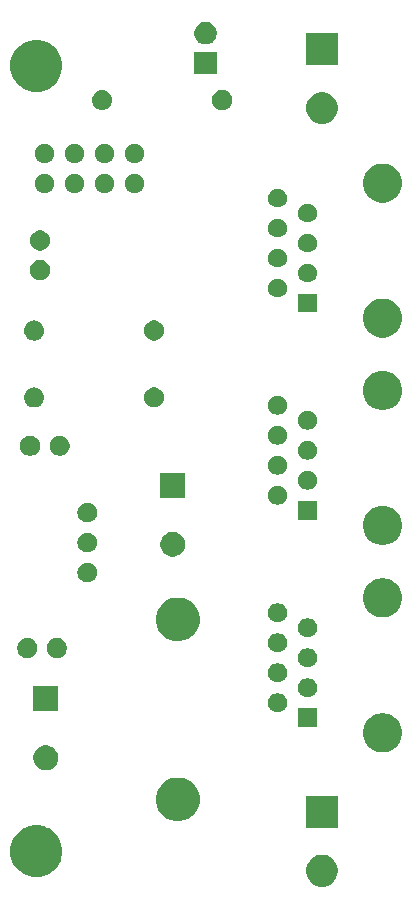
<source format=gbr>
G04 #@! TF.GenerationSoftware,KiCad,Pcbnew,(5.1.2)-2*
G04 #@! TF.CreationDate,2020-11-08T21:10:06-06:00*
G04 #@! TF.ProjectId,TempMonitor10PCB,54656d70-4d6f-46e6-9974-6f7231305043,rev?*
G04 #@! TF.SameCoordinates,Original*
G04 #@! TF.FileFunction,Soldermask,Top*
G04 #@! TF.FilePolarity,Negative*
%FSLAX46Y46*%
G04 Gerber Fmt 4.6, Leading zero omitted, Abs format (unit mm)*
G04 Created by KiCad (PCBNEW (5.1.2)-2) date 2020-11-08 21:10:06*
%MOMM*%
%LPD*%
G04 APERTURE LIST*
%ADD10C,0.100000*%
G04 APERTURE END LIST*
D10*
G36*
X79210272Y-121455318D02*
G01*
X79456139Y-121557159D01*
X79677412Y-121705010D01*
X79865590Y-121893188D01*
X80013441Y-122114461D01*
X80115282Y-122360328D01*
X80167200Y-122621338D01*
X80167200Y-122887462D01*
X80115282Y-123148472D01*
X80013441Y-123394339D01*
X79865590Y-123615612D01*
X79677412Y-123803790D01*
X79456139Y-123951641D01*
X79456138Y-123951642D01*
X79456137Y-123951642D01*
X79210272Y-124053482D01*
X78949263Y-124105400D01*
X78683137Y-124105400D01*
X78422128Y-124053482D01*
X78176263Y-123951642D01*
X78176262Y-123951642D01*
X78176261Y-123951641D01*
X77954988Y-123803790D01*
X77766810Y-123615612D01*
X77618959Y-123394339D01*
X77517118Y-123148472D01*
X77465200Y-122887462D01*
X77465200Y-122621338D01*
X77517118Y-122360328D01*
X77618959Y-122114461D01*
X77766810Y-121893188D01*
X77954988Y-121705010D01*
X78176261Y-121557159D01*
X78422128Y-121455318D01*
X78683137Y-121403400D01*
X78949263Y-121403400D01*
X79210272Y-121455318D01*
X79210272Y-121455318D01*
G37*
G36*
X55277407Y-118983582D02*
G01*
X55571501Y-119105400D01*
X55677965Y-119149499D01*
X56038456Y-119390371D01*
X56345029Y-119696944D01*
X56585901Y-120057435D01*
X56585902Y-120057437D01*
X56751818Y-120457993D01*
X56836400Y-120883219D01*
X56836400Y-121316781D01*
X56751818Y-121742007D01*
X56689196Y-121893189D01*
X56585901Y-122142565D01*
X56345029Y-122503056D01*
X56038456Y-122809629D01*
X55677965Y-123050501D01*
X55677964Y-123050502D01*
X55677963Y-123050502D01*
X55277407Y-123216418D01*
X54852181Y-123301000D01*
X54418619Y-123301000D01*
X53993393Y-123216418D01*
X53592837Y-123050502D01*
X53592836Y-123050502D01*
X53592835Y-123050501D01*
X53232344Y-122809629D01*
X52925771Y-122503056D01*
X52684899Y-122142565D01*
X52581604Y-121893189D01*
X52518982Y-121742007D01*
X52434400Y-121316781D01*
X52434400Y-120883219D01*
X52518982Y-120457993D01*
X52684898Y-120057437D01*
X52684899Y-120057435D01*
X52925771Y-119696944D01*
X53232344Y-119390371D01*
X53592835Y-119149499D01*
X53699299Y-119105400D01*
X53993393Y-118983582D01*
X54418619Y-118899000D01*
X54852181Y-118899000D01*
X55277407Y-118983582D01*
X55277407Y-118983582D01*
G37*
G36*
X80167200Y-119105400D02*
G01*
X77465200Y-119105400D01*
X77465200Y-116403400D01*
X80167200Y-116403400D01*
X80167200Y-119105400D01*
X80167200Y-119105400D01*
G37*
G36*
X67138892Y-114932556D02*
G01*
X67475861Y-115072133D01*
X67779126Y-115274768D01*
X68037032Y-115532674D01*
X68239667Y-115835939D01*
X68379244Y-116172908D01*
X68450400Y-116530633D01*
X68450400Y-116895367D01*
X68379244Y-117253092D01*
X68239667Y-117590061D01*
X68037032Y-117893326D01*
X67779126Y-118151232D01*
X67475861Y-118353867D01*
X67138892Y-118493444D01*
X66781168Y-118564600D01*
X66416432Y-118564600D01*
X66058708Y-118493444D01*
X65721739Y-118353867D01*
X65418474Y-118151232D01*
X65160568Y-117893326D01*
X64957933Y-117590061D01*
X64818356Y-117253092D01*
X64747200Y-116895367D01*
X64747200Y-116530633D01*
X64818356Y-116172908D01*
X64957933Y-115835939D01*
X65160568Y-115532674D01*
X65418474Y-115274768D01*
X65721739Y-115072133D01*
X66058708Y-114932556D01*
X66416432Y-114861400D01*
X66781168Y-114861400D01*
X67138892Y-114932556D01*
X67138892Y-114932556D01*
G37*
G36*
X55729364Y-112167989D02*
G01*
X55920633Y-112247215D01*
X55920635Y-112247216D01*
X56092773Y-112362235D01*
X56239165Y-112508627D01*
X56337071Y-112655153D01*
X56354185Y-112680767D01*
X56433411Y-112872036D01*
X56473800Y-113075084D01*
X56473800Y-113282116D01*
X56433411Y-113485164D01*
X56354185Y-113676433D01*
X56354184Y-113676435D01*
X56239165Y-113848573D01*
X56092773Y-113994965D01*
X55920635Y-114109984D01*
X55920634Y-114109985D01*
X55920633Y-114109985D01*
X55729364Y-114189211D01*
X55526316Y-114229600D01*
X55319284Y-114229600D01*
X55116236Y-114189211D01*
X54924967Y-114109985D01*
X54924966Y-114109985D01*
X54924965Y-114109984D01*
X54752827Y-113994965D01*
X54606435Y-113848573D01*
X54491416Y-113676435D01*
X54491415Y-113676433D01*
X54412189Y-113485164D01*
X54371800Y-113282116D01*
X54371800Y-113075084D01*
X54412189Y-112872036D01*
X54491415Y-112680767D01*
X54508530Y-112655153D01*
X54606435Y-112508627D01*
X54752827Y-112362235D01*
X54924965Y-112247216D01*
X54924967Y-112247215D01*
X55116236Y-112167989D01*
X55319284Y-112127600D01*
X55526316Y-112127600D01*
X55729364Y-112167989D01*
X55729364Y-112167989D01*
G37*
G36*
X84311456Y-109458898D02*
G01*
X84417779Y-109480047D01*
X84718242Y-109604503D01*
X84988651Y-109785185D01*
X85218615Y-110015149D01*
X85399297Y-110285558D01*
X85523753Y-110586021D01*
X85587200Y-110904991D01*
X85587200Y-111230209D01*
X85523753Y-111549179D01*
X85399297Y-111849642D01*
X85218615Y-112120051D01*
X84988651Y-112350015D01*
X84718242Y-112530697D01*
X84417779Y-112655153D01*
X84311456Y-112676302D01*
X84098811Y-112718600D01*
X83773589Y-112718600D01*
X83560944Y-112676302D01*
X83454621Y-112655153D01*
X83154158Y-112530697D01*
X82883749Y-112350015D01*
X82653785Y-112120051D01*
X82473103Y-111849642D01*
X82348647Y-111549179D01*
X82285200Y-111230209D01*
X82285200Y-110904991D01*
X82348647Y-110586021D01*
X82473103Y-110285558D01*
X82653785Y-110015149D01*
X82883749Y-109785185D01*
X83154158Y-109604503D01*
X83454621Y-109480047D01*
X83560944Y-109458898D01*
X83773589Y-109416600D01*
X84098811Y-109416600D01*
X84311456Y-109458898D01*
X84311456Y-109458898D01*
G37*
G36*
X78387200Y-110598600D02*
G01*
X76785200Y-110598600D01*
X76785200Y-108996600D01*
X78387200Y-108996600D01*
X78387200Y-110598600D01*
X78387200Y-110598600D01*
G37*
G36*
X75279842Y-107757381D02*
G01*
X75425614Y-107817762D01*
X75425616Y-107817763D01*
X75556808Y-107905422D01*
X75668378Y-108016992D01*
X75675612Y-108027819D01*
X75756038Y-108148186D01*
X75816419Y-108293958D01*
X75847200Y-108448707D01*
X75847200Y-108606493D01*
X75816419Y-108761242D01*
X75756038Y-108907014D01*
X75756037Y-108907016D01*
X75668378Y-109038208D01*
X75556808Y-109149778D01*
X75425616Y-109237437D01*
X75425615Y-109237438D01*
X75425614Y-109237438D01*
X75279842Y-109297819D01*
X75125093Y-109328600D01*
X74967307Y-109328600D01*
X74812558Y-109297819D01*
X74666786Y-109237438D01*
X74666785Y-109237438D01*
X74666784Y-109237437D01*
X74535592Y-109149778D01*
X74424022Y-109038208D01*
X74336363Y-108907016D01*
X74336362Y-108907014D01*
X74275981Y-108761242D01*
X74245200Y-108606493D01*
X74245200Y-108448707D01*
X74275981Y-108293958D01*
X74336362Y-108148186D01*
X74416788Y-108027819D01*
X74424022Y-108016992D01*
X74535592Y-107905422D01*
X74666784Y-107817763D01*
X74666786Y-107817762D01*
X74812558Y-107757381D01*
X74967307Y-107726600D01*
X75125093Y-107726600D01*
X75279842Y-107757381D01*
X75279842Y-107757381D01*
G37*
G36*
X56473800Y-109229600D02*
G01*
X54371800Y-109229600D01*
X54371800Y-107127600D01*
X56473800Y-107127600D01*
X56473800Y-109229600D01*
X56473800Y-109229600D01*
G37*
G36*
X77819842Y-106487381D02*
G01*
X77965614Y-106547762D01*
X77965616Y-106547763D01*
X78096808Y-106635422D01*
X78208378Y-106746992D01*
X78215612Y-106757819D01*
X78296038Y-106878186D01*
X78356419Y-107023958D01*
X78387200Y-107178707D01*
X78387200Y-107336493D01*
X78356419Y-107491242D01*
X78296038Y-107637014D01*
X78296037Y-107637016D01*
X78208378Y-107768208D01*
X78096808Y-107879778D01*
X77965616Y-107967437D01*
X77965615Y-107967438D01*
X77965614Y-107967438D01*
X77819842Y-108027819D01*
X77665093Y-108058600D01*
X77507307Y-108058600D01*
X77352558Y-108027819D01*
X77206786Y-107967438D01*
X77206785Y-107967438D01*
X77206784Y-107967437D01*
X77075592Y-107879778D01*
X76964022Y-107768208D01*
X76876363Y-107637016D01*
X76876362Y-107637014D01*
X76815981Y-107491242D01*
X76785200Y-107336493D01*
X76785200Y-107178707D01*
X76815981Y-107023958D01*
X76876362Y-106878186D01*
X76956788Y-106757819D01*
X76964022Y-106746992D01*
X77075592Y-106635422D01*
X77206784Y-106547763D01*
X77206786Y-106547762D01*
X77352558Y-106487381D01*
X77507307Y-106456600D01*
X77665093Y-106456600D01*
X77819842Y-106487381D01*
X77819842Y-106487381D01*
G37*
G36*
X75279842Y-105217381D02*
G01*
X75425614Y-105277762D01*
X75425616Y-105277763D01*
X75556808Y-105365422D01*
X75668378Y-105476992D01*
X75675612Y-105487819D01*
X75756038Y-105608186D01*
X75816419Y-105753958D01*
X75847200Y-105908707D01*
X75847200Y-106066493D01*
X75816419Y-106221242D01*
X75756038Y-106367014D01*
X75756037Y-106367016D01*
X75668378Y-106498208D01*
X75556808Y-106609778D01*
X75425616Y-106697437D01*
X75425615Y-106697438D01*
X75425614Y-106697438D01*
X75279842Y-106757819D01*
X75125093Y-106788600D01*
X74967307Y-106788600D01*
X74812558Y-106757819D01*
X74666786Y-106697438D01*
X74666785Y-106697438D01*
X74666784Y-106697437D01*
X74535592Y-106609778D01*
X74424022Y-106498208D01*
X74336363Y-106367016D01*
X74336362Y-106367014D01*
X74275981Y-106221242D01*
X74245200Y-106066493D01*
X74245200Y-105908707D01*
X74275981Y-105753958D01*
X74336362Y-105608186D01*
X74416788Y-105487819D01*
X74424022Y-105476992D01*
X74535592Y-105365422D01*
X74666784Y-105277763D01*
X74666786Y-105277762D01*
X74812558Y-105217381D01*
X74967307Y-105186600D01*
X75125093Y-105186600D01*
X75279842Y-105217381D01*
X75279842Y-105217381D01*
G37*
G36*
X77819842Y-103947381D02*
G01*
X77965614Y-104007762D01*
X77965616Y-104007763D01*
X78096808Y-104095422D01*
X78208378Y-104206992D01*
X78215612Y-104217819D01*
X78296038Y-104338186D01*
X78356419Y-104483958D01*
X78387200Y-104638707D01*
X78387200Y-104796493D01*
X78356419Y-104951242D01*
X78296038Y-105097014D01*
X78296037Y-105097016D01*
X78208378Y-105228208D01*
X78096808Y-105339778D01*
X77965616Y-105427437D01*
X77965615Y-105427438D01*
X77965614Y-105427438D01*
X77819842Y-105487819D01*
X77665093Y-105518600D01*
X77507307Y-105518600D01*
X77352558Y-105487819D01*
X77206786Y-105427438D01*
X77206785Y-105427438D01*
X77206784Y-105427437D01*
X77075592Y-105339778D01*
X76964022Y-105228208D01*
X76876363Y-105097016D01*
X76876362Y-105097014D01*
X76815981Y-104951242D01*
X76785200Y-104796493D01*
X76785200Y-104638707D01*
X76815981Y-104483958D01*
X76876362Y-104338186D01*
X76956788Y-104217819D01*
X76964022Y-104206992D01*
X77075592Y-104095422D01*
X77206784Y-104007763D01*
X77206786Y-104007762D01*
X77352558Y-103947381D01*
X77507307Y-103916600D01*
X77665093Y-103916600D01*
X77819842Y-103947381D01*
X77819842Y-103947381D01*
G37*
G36*
X54110828Y-103067703D02*
G01*
X54265700Y-103131853D01*
X54405081Y-103224985D01*
X54523615Y-103343519D01*
X54616747Y-103482900D01*
X54680897Y-103637772D01*
X54713600Y-103802184D01*
X54713600Y-103969816D01*
X54680897Y-104134228D01*
X54616747Y-104289100D01*
X54523615Y-104428481D01*
X54405081Y-104547015D01*
X54265700Y-104640147D01*
X54110828Y-104704297D01*
X53946416Y-104737000D01*
X53778784Y-104737000D01*
X53614372Y-104704297D01*
X53459500Y-104640147D01*
X53320119Y-104547015D01*
X53201585Y-104428481D01*
X53108453Y-104289100D01*
X53044303Y-104134228D01*
X53011600Y-103969816D01*
X53011600Y-103802184D01*
X53044303Y-103637772D01*
X53108453Y-103482900D01*
X53201585Y-103343519D01*
X53320119Y-103224985D01*
X53459500Y-103131853D01*
X53614372Y-103067703D01*
X53778784Y-103035000D01*
X53946416Y-103035000D01*
X54110828Y-103067703D01*
X54110828Y-103067703D01*
G37*
G36*
X56610828Y-103067703D02*
G01*
X56765700Y-103131853D01*
X56905081Y-103224985D01*
X57023615Y-103343519D01*
X57116747Y-103482900D01*
X57180897Y-103637772D01*
X57213600Y-103802184D01*
X57213600Y-103969816D01*
X57180897Y-104134228D01*
X57116747Y-104289100D01*
X57023615Y-104428481D01*
X56905081Y-104547015D01*
X56765700Y-104640147D01*
X56610828Y-104704297D01*
X56446416Y-104737000D01*
X56278784Y-104737000D01*
X56114372Y-104704297D01*
X55959500Y-104640147D01*
X55820119Y-104547015D01*
X55701585Y-104428481D01*
X55608453Y-104289100D01*
X55544303Y-104134228D01*
X55511600Y-103969816D01*
X55511600Y-103802184D01*
X55544303Y-103637772D01*
X55608453Y-103482900D01*
X55701585Y-103343519D01*
X55820119Y-103224985D01*
X55959500Y-103131853D01*
X56114372Y-103067703D01*
X56278784Y-103035000D01*
X56446416Y-103035000D01*
X56610828Y-103067703D01*
X56610828Y-103067703D01*
G37*
G36*
X75279842Y-102677381D02*
G01*
X75425614Y-102737762D01*
X75425616Y-102737763D01*
X75556808Y-102825422D01*
X75668378Y-102936992D01*
X75755717Y-103067705D01*
X75756038Y-103068186D01*
X75816419Y-103213958D01*
X75847200Y-103368707D01*
X75847200Y-103526493D01*
X75816419Y-103681242D01*
X75756038Y-103827014D01*
X75756037Y-103827016D01*
X75668378Y-103958208D01*
X75556808Y-104069778D01*
X75425616Y-104157437D01*
X75425615Y-104157438D01*
X75425614Y-104157438D01*
X75279842Y-104217819D01*
X75125093Y-104248600D01*
X74967307Y-104248600D01*
X74812558Y-104217819D01*
X74666786Y-104157438D01*
X74666785Y-104157438D01*
X74666784Y-104157437D01*
X74535592Y-104069778D01*
X74424022Y-103958208D01*
X74336363Y-103827016D01*
X74336362Y-103827014D01*
X74275981Y-103681242D01*
X74245200Y-103526493D01*
X74245200Y-103368707D01*
X74275981Y-103213958D01*
X74336362Y-103068186D01*
X74336683Y-103067705D01*
X74424022Y-102936992D01*
X74535592Y-102825422D01*
X74666784Y-102737763D01*
X74666786Y-102737762D01*
X74812558Y-102677381D01*
X74967307Y-102646600D01*
X75125093Y-102646600D01*
X75279842Y-102677381D01*
X75279842Y-102677381D01*
G37*
G36*
X67138892Y-99692556D02*
G01*
X67475861Y-99832133D01*
X67779126Y-100034768D01*
X68037032Y-100292674D01*
X68239667Y-100595939D01*
X68379244Y-100932908D01*
X68389903Y-100986493D01*
X68450400Y-101290632D01*
X68450400Y-101655368D01*
X68445934Y-101677818D01*
X68379244Y-102013092D01*
X68239667Y-102350061D01*
X68037032Y-102653326D01*
X67779126Y-102911232D01*
X67475861Y-103113867D01*
X67138892Y-103253444D01*
X66781168Y-103324600D01*
X66416432Y-103324600D01*
X66237571Y-103289022D01*
X66058708Y-103253444D01*
X65721739Y-103113867D01*
X65418474Y-102911232D01*
X65160568Y-102653326D01*
X64957933Y-102350061D01*
X64818356Y-102013092D01*
X64751666Y-101677818D01*
X64747200Y-101655368D01*
X64747200Y-101290632D01*
X64807697Y-100986493D01*
X64818356Y-100932908D01*
X64957933Y-100595939D01*
X65160568Y-100292674D01*
X65418474Y-100034768D01*
X65721739Y-99832133D01*
X66058708Y-99692556D01*
X66416432Y-99621400D01*
X66781168Y-99621400D01*
X67138892Y-99692556D01*
X67138892Y-99692556D01*
G37*
G36*
X77819842Y-101407381D02*
G01*
X77965614Y-101467762D01*
X77965616Y-101467763D01*
X78096808Y-101555422D01*
X78208378Y-101666992D01*
X78215612Y-101677819D01*
X78296038Y-101798186D01*
X78356419Y-101943958D01*
X78387200Y-102098707D01*
X78387200Y-102256493D01*
X78356419Y-102411242D01*
X78296038Y-102557014D01*
X78296037Y-102557016D01*
X78208378Y-102688208D01*
X78096808Y-102799778D01*
X77965616Y-102887437D01*
X77965615Y-102887438D01*
X77965614Y-102887438D01*
X77819842Y-102947819D01*
X77665093Y-102978600D01*
X77507307Y-102978600D01*
X77352558Y-102947819D01*
X77206786Y-102887438D01*
X77206785Y-102887438D01*
X77206784Y-102887437D01*
X77075592Y-102799778D01*
X76964022Y-102688208D01*
X76876363Y-102557016D01*
X76876362Y-102557014D01*
X76815981Y-102411242D01*
X76785200Y-102256493D01*
X76785200Y-102098707D01*
X76815981Y-101943958D01*
X76876362Y-101798186D01*
X76956788Y-101677819D01*
X76964022Y-101666992D01*
X77075592Y-101555422D01*
X77206784Y-101467763D01*
X77206786Y-101467762D01*
X77352558Y-101407381D01*
X77507307Y-101376600D01*
X77665093Y-101376600D01*
X77819842Y-101407381D01*
X77819842Y-101407381D01*
G37*
G36*
X75279842Y-100137381D02*
G01*
X75425614Y-100197762D01*
X75425616Y-100197763D01*
X75556808Y-100285422D01*
X75668378Y-100396992D01*
X75683512Y-100419642D01*
X75756038Y-100528186D01*
X75816419Y-100673958D01*
X75847200Y-100828707D01*
X75847200Y-100986493D01*
X75816419Y-101141242D01*
X75756038Y-101287014D01*
X75756037Y-101287016D01*
X75668378Y-101418208D01*
X75556808Y-101529778D01*
X75425616Y-101617437D01*
X75425615Y-101617438D01*
X75425614Y-101617438D01*
X75279842Y-101677819D01*
X75125093Y-101708600D01*
X74967307Y-101708600D01*
X74812558Y-101677819D01*
X74666786Y-101617438D01*
X74666785Y-101617438D01*
X74666784Y-101617437D01*
X74535592Y-101529778D01*
X74424022Y-101418208D01*
X74336363Y-101287016D01*
X74336362Y-101287014D01*
X74275981Y-101141242D01*
X74245200Y-100986493D01*
X74245200Y-100828707D01*
X74275981Y-100673958D01*
X74336362Y-100528186D01*
X74408888Y-100419642D01*
X74424022Y-100396992D01*
X74535592Y-100285422D01*
X74666784Y-100197763D01*
X74666786Y-100197762D01*
X74812558Y-100137381D01*
X74967307Y-100106600D01*
X75125093Y-100106600D01*
X75279842Y-100137381D01*
X75279842Y-100137381D01*
G37*
G36*
X84311456Y-98028898D02*
G01*
X84417779Y-98050047D01*
X84718242Y-98174503D01*
X84988651Y-98355185D01*
X85218615Y-98585149D01*
X85399297Y-98855558D01*
X85523753Y-99156021D01*
X85587200Y-99474991D01*
X85587200Y-99800209D01*
X85523753Y-100119179D01*
X85399297Y-100419642D01*
X85218615Y-100690051D01*
X84988651Y-100920015D01*
X84718242Y-101100697D01*
X84417779Y-101225153D01*
X84311456Y-101246302D01*
X84098811Y-101288600D01*
X83773589Y-101288600D01*
X83560944Y-101246302D01*
X83454621Y-101225153D01*
X83154158Y-101100697D01*
X82883749Y-100920015D01*
X82653785Y-100690051D01*
X82473103Y-100419642D01*
X82348647Y-100119179D01*
X82285200Y-99800209D01*
X82285200Y-99474991D01*
X82348647Y-99156021D01*
X82473103Y-98855558D01*
X82653785Y-98585149D01*
X82883749Y-98355185D01*
X83154158Y-98174503D01*
X83454621Y-98050047D01*
X83560944Y-98028898D01*
X83773589Y-97986600D01*
X84098811Y-97986600D01*
X84311456Y-98028898D01*
X84311456Y-98028898D01*
G37*
G36*
X59188367Y-96685112D02*
G01*
X59342328Y-96748885D01*
X59342330Y-96748886D01*
X59480892Y-96841470D01*
X59598730Y-96959308D01*
X59691315Y-97097872D01*
X59755088Y-97251833D01*
X59787599Y-97415276D01*
X59787599Y-97581926D01*
X59755088Y-97745369D01*
X59691315Y-97899330D01*
X59691314Y-97899332D01*
X59598730Y-98037894D01*
X59480892Y-98155732D01*
X59342330Y-98248316D01*
X59342329Y-98248317D01*
X59342328Y-98248317D01*
X59188367Y-98312090D01*
X59024924Y-98344601D01*
X58858274Y-98344601D01*
X58694831Y-98312090D01*
X58540870Y-98248317D01*
X58540869Y-98248317D01*
X58540868Y-98248316D01*
X58402306Y-98155732D01*
X58284468Y-98037894D01*
X58191884Y-97899332D01*
X58191883Y-97899330D01*
X58128110Y-97745369D01*
X58095599Y-97581926D01*
X58095599Y-97415276D01*
X58128110Y-97251833D01*
X58191883Y-97097872D01*
X58284468Y-96959308D01*
X58402306Y-96841470D01*
X58540868Y-96748886D01*
X58540870Y-96748885D01*
X58694831Y-96685112D01*
X58858274Y-96652601D01*
X59024924Y-96652601D01*
X59188367Y-96685112D01*
X59188367Y-96685112D01*
G37*
G36*
X66473564Y-94108589D02*
G01*
X66664833Y-94187815D01*
X66664835Y-94187816D01*
X66696367Y-94208885D01*
X66836973Y-94302835D01*
X66983365Y-94449227D01*
X67098385Y-94621367D01*
X67177611Y-94812636D01*
X67218000Y-95015684D01*
X67218000Y-95222716D01*
X67177611Y-95425764D01*
X67098924Y-95615732D01*
X67098384Y-95617035D01*
X66983365Y-95789173D01*
X66836973Y-95935565D01*
X66664835Y-96050584D01*
X66664834Y-96050585D01*
X66664833Y-96050585D01*
X66473564Y-96129811D01*
X66270516Y-96170200D01*
X66063484Y-96170200D01*
X65860436Y-96129811D01*
X65669167Y-96050585D01*
X65669166Y-96050585D01*
X65669165Y-96050584D01*
X65497027Y-95935565D01*
X65350635Y-95789173D01*
X65235616Y-95617035D01*
X65235076Y-95615732D01*
X65156389Y-95425764D01*
X65116000Y-95222716D01*
X65116000Y-95015684D01*
X65156389Y-94812636D01*
X65235615Y-94621367D01*
X65350635Y-94449227D01*
X65497027Y-94302835D01*
X65637633Y-94208885D01*
X65669165Y-94187816D01*
X65669167Y-94187815D01*
X65860436Y-94108589D01*
X66063484Y-94068200D01*
X66270516Y-94068200D01*
X66473564Y-94108589D01*
X66473564Y-94108589D01*
G37*
G36*
X59188367Y-94145112D02*
G01*
X59342328Y-94208885D01*
X59342330Y-94208886D01*
X59467976Y-94292840D01*
X59480892Y-94301470D01*
X59598730Y-94419308D01*
X59691315Y-94557872D01*
X59755088Y-94711833D01*
X59787599Y-94875276D01*
X59787599Y-95041926D01*
X59755088Y-95205369D01*
X59691315Y-95359330D01*
X59691314Y-95359332D01*
X59598730Y-95497894D01*
X59480892Y-95615732D01*
X59342330Y-95708316D01*
X59342329Y-95708317D01*
X59342328Y-95708317D01*
X59188367Y-95772090D01*
X59024924Y-95804601D01*
X58858274Y-95804601D01*
X58694831Y-95772090D01*
X58540870Y-95708317D01*
X58540869Y-95708317D01*
X58540868Y-95708316D01*
X58402306Y-95615732D01*
X58284468Y-95497894D01*
X58191884Y-95359332D01*
X58191883Y-95359330D01*
X58128110Y-95205369D01*
X58095599Y-95041926D01*
X58095599Y-94875276D01*
X58128110Y-94711833D01*
X58191883Y-94557872D01*
X58284468Y-94419308D01*
X58402306Y-94301470D01*
X58415222Y-94292840D01*
X58540868Y-94208886D01*
X58540870Y-94208885D01*
X58694831Y-94145112D01*
X58858274Y-94112601D01*
X59024924Y-94112601D01*
X59188367Y-94145112D01*
X59188367Y-94145112D01*
G37*
G36*
X84311456Y-91902098D02*
G01*
X84417779Y-91923247D01*
X84718242Y-92047703D01*
X84988651Y-92228385D01*
X85218615Y-92458349D01*
X85399297Y-92728758D01*
X85523753Y-93029221D01*
X85587200Y-93348191D01*
X85587200Y-93673409D01*
X85523753Y-93992379D01*
X85399297Y-94292842D01*
X85218615Y-94563251D01*
X84988651Y-94793215D01*
X84718242Y-94973897D01*
X84417779Y-95098353D01*
X84311456Y-95119502D01*
X84098811Y-95161800D01*
X83773589Y-95161800D01*
X83560944Y-95119502D01*
X83454621Y-95098353D01*
X83154158Y-94973897D01*
X82883749Y-94793215D01*
X82653785Y-94563251D01*
X82473103Y-94292842D01*
X82348647Y-93992379D01*
X82285200Y-93673409D01*
X82285200Y-93348191D01*
X82348647Y-93029221D01*
X82473103Y-92728758D01*
X82653785Y-92458349D01*
X82883749Y-92228385D01*
X83154158Y-92047703D01*
X83454621Y-91923247D01*
X83560944Y-91902098D01*
X83773589Y-91859800D01*
X84098811Y-91859800D01*
X84311456Y-91902098D01*
X84311456Y-91902098D01*
G37*
G36*
X59188367Y-91605112D02*
G01*
X59342328Y-91668885D01*
X59342330Y-91668886D01*
X59359918Y-91680638D01*
X59480892Y-91761470D01*
X59598730Y-91879308D01*
X59691315Y-92017872D01*
X59755088Y-92171833D01*
X59787599Y-92335276D01*
X59787599Y-92501926D01*
X59755088Y-92665369D01*
X59728831Y-92728758D01*
X59691314Y-92819332D01*
X59598730Y-92957894D01*
X59480892Y-93075732D01*
X59342330Y-93168316D01*
X59342329Y-93168317D01*
X59342328Y-93168317D01*
X59188367Y-93232090D01*
X59024924Y-93264601D01*
X58858274Y-93264601D01*
X58694831Y-93232090D01*
X58540870Y-93168317D01*
X58540869Y-93168317D01*
X58540868Y-93168316D01*
X58402306Y-93075732D01*
X58284468Y-92957894D01*
X58191884Y-92819332D01*
X58154367Y-92728758D01*
X58128110Y-92665369D01*
X58095599Y-92501926D01*
X58095599Y-92335276D01*
X58128110Y-92171833D01*
X58191883Y-92017872D01*
X58284468Y-91879308D01*
X58402306Y-91761470D01*
X58523280Y-91680638D01*
X58540868Y-91668886D01*
X58540870Y-91668885D01*
X58694831Y-91605112D01*
X58858274Y-91572601D01*
X59024924Y-91572601D01*
X59188367Y-91605112D01*
X59188367Y-91605112D01*
G37*
G36*
X78387200Y-93041800D02*
G01*
X76785200Y-93041800D01*
X76785200Y-91439800D01*
X78387200Y-91439800D01*
X78387200Y-93041800D01*
X78387200Y-93041800D01*
G37*
G36*
X75279842Y-90200581D02*
G01*
X75425614Y-90260962D01*
X75425616Y-90260963D01*
X75556808Y-90348622D01*
X75668378Y-90460192D01*
X75675612Y-90471019D01*
X75756038Y-90591386D01*
X75816419Y-90737158D01*
X75847200Y-90891907D01*
X75847200Y-91049693D01*
X75816419Y-91204442D01*
X75756038Y-91350214D01*
X75756037Y-91350216D01*
X75668378Y-91481408D01*
X75556808Y-91592978D01*
X75425616Y-91680637D01*
X75425615Y-91680638D01*
X75425614Y-91680638D01*
X75279842Y-91741019D01*
X75125093Y-91771800D01*
X74967307Y-91771800D01*
X74812558Y-91741019D01*
X74666786Y-91680638D01*
X74666785Y-91680638D01*
X74666784Y-91680637D01*
X74535592Y-91592978D01*
X74424022Y-91481408D01*
X74336363Y-91350216D01*
X74336362Y-91350214D01*
X74275981Y-91204442D01*
X74245200Y-91049693D01*
X74245200Y-90891907D01*
X74275981Y-90737158D01*
X74336362Y-90591386D01*
X74416788Y-90471019D01*
X74424022Y-90460192D01*
X74535592Y-90348622D01*
X74666784Y-90260963D01*
X74666786Y-90260962D01*
X74812558Y-90200581D01*
X74967307Y-90169800D01*
X75125093Y-90169800D01*
X75279842Y-90200581D01*
X75279842Y-90200581D01*
G37*
G36*
X67218000Y-91170200D02*
G01*
X65116000Y-91170200D01*
X65116000Y-89068200D01*
X67218000Y-89068200D01*
X67218000Y-91170200D01*
X67218000Y-91170200D01*
G37*
G36*
X77819842Y-88930581D02*
G01*
X77965614Y-88990962D01*
X77965616Y-88990963D01*
X78096808Y-89078622D01*
X78208378Y-89190192D01*
X78215612Y-89201019D01*
X78296038Y-89321386D01*
X78356419Y-89467158D01*
X78387200Y-89621907D01*
X78387200Y-89779693D01*
X78356419Y-89934442D01*
X78296038Y-90080214D01*
X78296037Y-90080216D01*
X78208378Y-90211408D01*
X78096808Y-90322978D01*
X77965616Y-90410637D01*
X77965615Y-90410638D01*
X77965614Y-90410638D01*
X77819842Y-90471019D01*
X77665093Y-90501800D01*
X77507307Y-90501800D01*
X77352558Y-90471019D01*
X77206786Y-90410638D01*
X77206785Y-90410638D01*
X77206784Y-90410637D01*
X77075592Y-90322978D01*
X76964022Y-90211408D01*
X76876363Y-90080216D01*
X76876362Y-90080214D01*
X76815981Y-89934442D01*
X76785200Y-89779693D01*
X76785200Y-89621907D01*
X76815981Y-89467158D01*
X76876362Y-89321386D01*
X76956788Y-89201019D01*
X76964022Y-89190192D01*
X77075592Y-89078622D01*
X77206784Y-88990963D01*
X77206786Y-88990962D01*
X77352558Y-88930581D01*
X77507307Y-88899800D01*
X77665093Y-88899800D01*
X77819842Y-88930581D01*
X77819842Y-88930581D01*
G37*
G36*
X75279842Y-87660581D02*
G01*
X75425614Y-87720962D01*
X75425616Y-87720963D01*
X75556808Y-87808622D01*
X75668378Y-87920192D01*
X75675612Y-87931019D01*
X75756038Y-88051386D01*
X75816419Y-88197158D01*
X75847200Y-88351907D01*
X75847200Y-88509693D01*
X75816419Y-88664442D01*
X75756038Y-88810214D01*
X75756037Y-88810216D01*
X75668378Y-88941408D01*
X75556808Y-89052978D01*
X75425616Y-89140637D01*
X75425615Y-89140638D01*
X75425614Y-89140638D01*
X75279842Y-89201019D01*
X75125093Y-89231800D01*
X74967307Y-89231800D01*
X74812558Y-89201019D01*
X74666786Y-89140638D01*
X74666785Y-89140638D01*
X74666784Y-89140637D01*
X74535592Y-89052978D01*
X74424022Y-88941408D01*
X74336363Y-88810216D01*
X74336362Y-88810214D01*
X74275981Y-88664442D01*
X74245200Y-88509693D01*
X74245200Y-88351907D01*
X74275981Y-88197158D01*
X74336362Y-88051386D01*
X74416788Y-87931019D01*
X74424022Y-87920192D01*
X74535592Y-87808622D01*
X74666784Y-87720963D01*
X74666786Y-87720962D01*
X74812558Y-87660581D01*
X74967307Y-87629800D01*
X75125093Y-87629800D01*
X75279842Y-87660581D01*
X75279842Y-87660581D01*
G37*
G36*
X77819842Y-86390581D02*
G01*
X77965614Y-86450962D01*
X77965616Y-86450963D01*
X78096808Y-86538622D01*
X78208378Y-86650192D01*
X78236179Y-86691800D01*
X78296038Y-86781386D01*
X78356419Y-86927158D01*
X78387200Y-87081907D01*
X78387200Y-87239693D01*
X78356419Y-87394442D01*
X78341467Y-87430539D01*
X78296037Y-87540216D01*
X78208378Y-87671408D01*
X78096808Y-87782978D01*
X77965616Y-87870637D01*
X77965615Y-87870638D01*
X77965614Y-87870638D01*
X77819842Y-87931019D01*
X77665093Y-87961800D01*
X77507307Y-87961800D01*
X77352558Y-87931019D01*
X77206786Y-87870638D01*
X77206785Y-87870638D01*
X77206784Y-87870637D01*
X77075592Y-87782978D01*
X76964022Y-87671408D01*
X76876363Y-87540216D01*
X76830933Y-87430539D01*
X76815981Y-87394442D01*
X76785200Y-87239693D01*
X76785200Y-87081907D01*
X76815981Y-86927158D01*
X76876362Y-86781386D01*
X76936221Y-86691800D01*
X76964022Y-86650192D01*
X77075592Y-86538622D01*
X77206784Y-86450963D01*
X77206786Y-86450962D01*
X77352558Y-86390581D01*
X77507307Y-86359800D01*
X77665093Y-86359800D01*
X77819842Y-86390581D01*
X77819842Y-86390581D01*
G37*
G36*
X56844828Y-85951227D02*
G01*
X56999700Y-86015377D01*
X57139081Y-86108509D01*
X57257615Y-86227043D01*
X57350747Y-86366424D01*
X57414897Y-86521296D01*
X57447600Y-86685708D01*
X57447600Y-86853340D01*
X57414897Y-87017752D01*
X57350747Y-87172624D01*
X57257615Y-87312005D01*
X57139081Y-87430539D01*
X56999700Y-87523671D01*
X56844828Y-87587821D01*
X56680416Y-87620524D01*
X56512784Y-87620524D01*
X56348372Y-87587821D01*
X56193500Y-87523671D01*
X56054119Y-87430539D01*
X55935585Y-87312005D01*
X55842453Y-87172624D01*
X55778303Y-87017752D01*
X55745600Y-86853340D01*
X55745600Y-86685708D01*
X55778303Y-86521296D01*
X55842453Y-86366424D01*
X55935585Y-86227043D01*
X56054119Y-86108509D01*
X56193500Y-86015377D01*
X56348372Y-85951227D01*
X56512784Y-85918524D01*
X56680416Y-85918524D01*
X56844828Y-85951227D01*
X56844828Y-85951227D01*
G37*
G36*
X54344828Y-85951227D02*
G01*
X54499700Y-86015377D01*
X54639081Y-86108509D01*
X54757615Y-86227043D01*
X54850747Y-86366424D01*
X54914897Y-86521296D01*
X54947600Y-86685708D01*
X54947600Y-86853340D01*
X54914897Y-87017752D01*
X54850747Y-87172624D01*
X54757615Y-87312005D01*
X54639081Y-87430539D01*
X54499700Y-87523671D01*
X54344828Y-87587821D01*
X54180416Y-87620524D01*
X54012784Y-87620524D01*
X53848372Y-87587821D01*
X53693500Y-87523671D01*
X53554119Y-87430539D01*
X53435585Y-87312005D01*
X53342453Y-87172624D01*
X53278303Y-87017752D01*
X53245600Y-86853340D01*
X53245600Y-86685708D01*
X53278303Y-86521296D01*
X53342453Y-86366424D01*
X53435585Y-86227043D01*
X53554119Y-86108509D01*
X53693500Y-86015377D01*
X53848372Y-85951227D01*
X54012784Y-85918524D01*
X54180416Y-85918524D01*
X54344828Y-85951227D01*
X54344828Y-85951227D01*
G37*
G36*
X75279842Y-85120581D02*
G01*
X75425614Y-85180962D01*
X75425616Y-85180963D01*
X75556808Y-85268622D01*
X75668378Y-85380192D01*
X75675612Y-85391019D01*
X75756038Y-85511386D01*
X75816419Y-85657158D01*
X75847200Y-85811907D01*
X75847200Y-85969693D01*
X75816419Y-86124442D01*
X75756038Y-86270214D01*
X75756037Y-86270216D01*
X75668378Y-86401408D01*
X75556808Y-86512978D01*
X75425616Y-86600637D01*
X75425615Y-86600638D01*
X75425614Y-86600638D01*
X75279842Y-86661019D01*
X75125093Y-86691800D01*
X74967307Y-86691800D01*
X74812558Y-86661019D01*
X74666786Y-86600638D01*
X74666785Y-86600638D01*
X74666784Y-86600637D01*
X74535592Y-86512978D01*
X74424022Y-86401408D01*
X74336363Y-86270216D01*
X74336362Y-86270214D01*
X74275981Y-86124442D01*
X74245200Y-85969693D01*
X74245200Y-85811907D01*
X74275981Y-85657158D01*
X74336362Y-85511386D01*
X74416788Y-85391019D01*
X74424022Y-85380192D01*
X74535592Y-85268622D01*
X74666784Y-85180963D01*
X74666786Y-85180962D01*
X74812558Y-85120581D01*
X74967307Y-85089800D01*
X75125093Y-85089800D01*
X75279842Y-85120581D01*
X75279842Y-85120581D01*
G37*
G36*
X77819842Y-83850581D02*
G01*
X77965614Y-83910962D01*
X77965616Y-83910963D01*
X78096808Y-83998622D01*
X78208378Y-84110192D01*
X78215612Y-84121019D01*
X78296038Y-84241386D01*
X78356419Y-84387158D01*
X78387200Y-84541907D01*
X78387200Y-84699693D01*
X78356419Y-84854442D01*
X78296038Y-85000214D01*
X78296037Y-85000216D01*
X78208378Y-85131408D01*
X78096808Y-85242978D01*
X77965616Y-85330637D01*
X77965615Y-85330638D01*
X77965614Y-85330638D01*
X77819842Y-85391019D01*
X77665093Y-85421800D01*
X77507307Y-85421800D01*
X77352558Y-85391019D01*
X77206786Y-85330638D01*
X77206785Y-85330638D01*
X77206784Y-85330637D01*
X77075592Y-85242978D01*
X76964022Y-85131408D01*
X76876363Y-85000216D01*
X76876362Y-85000214D01*
X76815981Y-84854442D01*
X76785200Y-84699693D01*
X76785200Y-84541907D01*
X76815981Y-84387158D01*
X76876362Y-84241386D01*
X76956788Y-84121019D01*
X76964022Y-84110192D01*
X77075592Y-83998622D01*
X77206784Y-83910963D01*
X77206786Y-83910962D01*
X77352558Y-83850581D01*
X77507307Y-83819800D01*
X77665093Y-83819800D01*
X77819842Y-83850581D01*
X77819842Y-83850581D01*
G37*
G36*
X75279842Y-82580581D02*
G01*
X75425614Y-82640962D01*
X75425616Y-82640963D01*
X75556808Y-82728622D01*
X75668378Y-82840192D01*
X75725197Y-82925229D01*
X75756038Y-82971386D01*
X75816419Y-83117158D01*
X75847200Y-83271907D01*
X75847200Y-83429693D01*
X75816419Y-83584442D01*
X75756038Y-83730214D01*
X75756037Y-83730216D01*
X75668378Y-83861408D01*
X75556808Y-83972978D01*
X75425616Y-84060637D01*
X75425615Y-84060638D01*
X75425614Y-84060638D01*
X75279842Y-84121019D01*
X75125093Y-84151800D01*
X74967307Y-84151800D01*
X74812558Y-84121019D01*
X74666786Y-84060638D01*
X74666785Y-84060638D01*
X74666784Y-84060637D01*
X74535592Y-83972978D01*
X74424022Y-83861408D01*
X74336363Y-83730216D01*
X74336362Y-83730214D01*
X74275981Y-83584442D01*
X74245200Y-83429693D01*
X74245200Y-83271907D01*
X74275981Y-83117158D01*
X74336362Y-82971386D01*
X74367203Y-82925229D01*
X74424022Y-82840192D01*
X74535592Y-82728622D01*
X74666784Y-82640963D01*
X74666786Y-82640962D01*
X74812558Y-82580581D01*
X74967307Y-82549800D01*
X75125093Y-82549800D01*
X75279842Y-82580581D01*
X75279842Y-82580581D01*
G37*
G36*
X84311456Y-80472098D02*
G01*
X84417779Y-80493247D01*
X84718242Y-80617703D01*
X84988651Y-80798385D01*
X85218615Y-81028349D01*
X85218616Y-81028351D01*
X85399298Y-81298760D01*
X85523753Y-81599222D01*
X85587200Y-81918189D01*
X85587200Y-82243411D01*
X85566046Y-82349758D01*
X85523753Y-82562379D01*
X85399297Y-82862842D01*
X85218615Y-83133251D01*
X84988651Y-83363215D01*
X84718242Y-83543897D01*
X84417779Y-83668353D01*
X84311456Y-83689502D01*
X84098811Y-83731800D01*
X83773589Y-83731800D01*
X83560944Y-83689502D01*
X83454621Y-83668353D01*
X83154158Y-83543897D01*
X82883749Y-83363215D01*
X82653785Y-83133251D01*
X82473103Y-82862842D01*
X82348647Y-82562379D01*
X82306354Y-82349758D01*
X82285200Y-82243411D01*
X82285200Y-81918189D01*
X82348647Y-81599222D01*
X82473102Y-81298760D01*
X82653784Y-81028351D01*
X82653785Y-81028349D01*
X82883749Y-80798385D01*
X83154158Y-80617703D01*
X83454621Y-80493247D01*
X83560944Y-80472098D01*
X83773589Y-80429800D01*
X84098811Y-80429800D01*
X84311456Y-80472098D01*
X84311456Y-80472098D01*
G37*
G36*
X54599023Y-81838313D02*
G01*
X54759442Y-81886976D01*
X54826561Y-81922852D01*
X54907278Y-81965996D01*
X55036859Y-82072341D01*
X55143204Y-82201922D01*
X55143205Y-82201924D01*
X55222224Y-82349758D01*
X55270887Y-82510177D01*
X55287317Y-82677000D01*
X55270887Y-82843823D01*
X55222224Y-83004242D01*
X55181677Y-83080100D01*
X55143204Y-83152078D01*
X55036859Y-83281659D01*
X54907278Y-83388004D01*
X54907276Y-83388005D01*
X54759442Y-83467024D01*
X54599023Y-83515687D01*
X54474004Y-83528000D01*
X54390396Y-83528000D01*
X54265377Y-83515687D01*
X54104958Y-83467024D01*
X53957124Y-83388005D01*
X53957122Y-83388004D01*
X53827541Y-83281659D01*
X53721196Y-83152078D01*
X53682723Y-83080100D01*
X53642176Y-83004242D01*
X53593513Y-82843823D01*
X53577083Y-82677000D01*
X53593513Y-82510177D01*
X53642176Y-82349758D01*
X53721195Y-82201924D01*
X53721196Y-82201922D01*
X53827541Y-82072341D01*
X53957122Y-81965996D01*
X54037839Y-81922852D01*
X54104958Y-81886976D01*
X54265377Y-81838313D01*
X54390396Y-81826000D01*
X54474004Y-81826000D01*
X54599023Y-81838313D01*
X54599023Y-81838313D01*
G37*
G36*
X64840428Y-81858703D02*
G01*
X64995300Y-81922853D01*
X65134681Y-82015985D01*
X65253215Y-82134519D01*
X65346347Y-82273900D01*
X65410497Y-82428772D01*
X65443200Y-82593184D01*
X65443200Y-82760816D01*
X65410497Y-82925228D01*
X65346347Y-83080100D01*
X65253215Y-83219481D01*
X65134681Y-83338015D01*
X64995300Y-83431147D01*
X64840428Y-83495297D01*
X64676016Y-83528000D01*
X64508384Y-83528000D01*
X64343972Y-83495297D01*
X64189100Y-83431147D01*
X64049719Y-83338015D01*
X63931185Y-83219481D01*
X63838053Y-83080100D01*
X63773903Y-82925228D01*
X63741200Y-82760816D01*
X63741200Y-82593184D01*
X63773903Y-82428772D01*
X63838053Y-82273900D01*
X63931185Y-82134519D01*
X64049719Y-82015985D01*
X64189100Y-81922853D01*
X64343972Y-81858703D01*
X64508384Y-81826000D01*
X64676016Y-81826000D01*
X64840428Y-81858703D01*
X64840428Y-81858703D01*
G37*
G36*
X64840428Y-76194503D02*
G01*
X64995300Y-76258653D01*
X65134681Y-76351785D01*
X65253215Y-76470319D01*
X65346347Y-76609700D01*
X65410497Y-76764572D01*
X65443200Y-76928984D01*
X65443200Y-77096616D01*
X65410497Y-77261028D01*
X65346347Y-77415900D01*
X65253215Y-77555281D01*
X65134681Y-77673815D01*
X64995300Y-77766947D01*
X64840428Y-77831097D01*
X64676016Y-77863800D01*
X64508384Y-77863800D01*
X64343972Y-77831097D01*
X64189100Y-77766947D01*
X64049719Y-77673815D01*
X63931185Y-77555281D01*
X63838053Y-77415900D01*
X63773903Y-77261028D01*
X63741200Y-77096616D01*
X63741200Y-76928984D01*
X63773903Y-76764572D01*
X63838053Y-76609700D01*
X63931185Y-76470319D01*
X64049719Y-76351785D01*
X64189100Y-76258653D01*
X64343972Y-76194503D01*
X64508384Y-76161800D01*
X64676016Y-76161800D01*
X64840428Y-76194503D01*
X64840428Y-76194503D01*
G37*
G36*
X54599023Y-76174113D02*
G01*
X54759442Y-76222776D01*
X54826561Y-76258652D01*
X54907278Y-76301796D01*
X55036859Y-76408141D01*
X55143204Y-76537722D01*
X55143205Y-76537724D01*
X55222224Y-76685558D01*
X55270887Y-76845977D01*
X55287317Y-77012800D01*
X55270887Y-77179623D01*
X55222224Y-77340042D01*
X55151314Y-77472706D01*
X55143204Y-77487878D01*
X55036859Y-77617459D01*
X54907278Y-77723804D01*
X54907276Y-77723805D01*
X54759442Y-77802824D01*
X54599023Y-77851487D01*
X54474004Y-77863800D01*
X54390396Y-77863800D01*
X54265377Y-77851487D01*
X54104958Y-77802824D01*
X53957124Y-77723805D01*
X53957122Y-77723804D01*
X53827541Y-77617459D01*
X53721196Y-77487878D01*
X53713086Y-77472706D01*
X53642176Y-77340042D01*
X53593513Y-77179623D01*
X53577083Y-77012800D01*
X53593513Y-76845977D01*
X53642176Y-76685558D01*
X53721195Y-76537724D01*
X53721196Y-76537722D01*
X53827541Y-76408141D01*
X53957122Y-76301796D01*
X54037839Y-76258652D01*
X54104958Y-76222776D01*
X54265377Y-76174113D01*
X54390396Y-76161800D01*
X54474004Y-76161800D01*
X54599023Y-76174113D01*
X54599023Y-76174113D01*
G37*
G36*
X84311456Y-74345298D02*
G01*
X84417779Y-74366447D01*
X84718242Y-74490903D01*
X84988651Y-74671585D01*
X85218615Y-74901549D01*
X85399297Y-75171958D01*
X85523753Y-75472421D01*
X85587200Y-75791391D01*
X85587200Y-76116609D01*
X85523753Y-76435579D01*
X85399297Y-76736042D01*
X85218615Y-77006451D01*
X84988651Y-77236415D01*
X84718242Y-77417097D01*
X84417779Y-77541553D01*
X84311456Y-77562702D01*
X84098811Y-77605000D01*
X83773589Y-77605000D01*
X83560944Y-77562702D01*
X83454621Y-77541553D01*
X83154158Y-77417097D01*
X82883749Y-77236415D01*
X82653785Y-77006451D01*
X82473103Y-76736042D01*
X82348647Y-76435579D01*
X82285200Y-76116609D01*
X82285200Y-75791391D01*
X82348647Y-75472421D01*
X82473103Y-75171958D01*
X82653785Y-74901549D01*
X82883749Y-74671585D01*
X83154158Y-74490903D01*
X83454621Y-74366447D01*
X83560944Y-74345298D01*
X83773589Y-74303000D01*
X84098811Y-74303000D01*
X84311456Y-74345298D01*
X84311456Y-74345298D01*
G37*
G36*
X78387200Y-75485000D02*
G01*
X76785200Y-75485000D01*
X76785200Y-73883000D01*
X78387200Y-73883000D01*
X78387200Y-75485000D01*
X78387200Y-75485000D01*
G37*
G36*
X75279842Y-72643781D02*
G01*
X75425614Y-72704162D01*
X75425616Y-72704163D01*
X75556808Y-72791822D01*
X75668378Y-72903392D01*
X75675612Y-72914219D01*
X75756038Y-73034586D01*
X75816419Y-73180358D01*
X75847200Y-73335107D01*
X75847200Y-73492893D01*
X75816419Y-73647642D01*
X75756038Y-73793414D01*
X75756037Y-73793416D01*
X75668378Y-73924608D01*
X75556808Y-74036178D01*
X75425616Y-74123837D01*
X75425615Y-74123838D01*
X75425614Y-74123838D01*
X75279842Y-74184219D01*
X75125093Y-74215000D01*
X74967307Y-74215000D01*
X74812558Y-74184219D01*
X74666786Y-74123838D01*
X74666785Y-74123838D01*
X74666784Y-74123837D01*
X74535592Y-74036178D01*
X74424022Y-73924608D01*
X74336363Y-73793416D01*
X74336362Y-73793414D01*
X74275981Y-73647642D01*
X74245200Y-73492893D01*
X74245200Y-73335107D01*
X74275981Y-73180358D01*
X74336362Y-73034586D01*
X74416788Y-72914219D01*
X74424022Y-72903392D01*
X74535592Y-72791822D01*
X74666784Y-72704163D01*
X74666786Y-72704162D01*
X74812558Y-72643781D01*
X74967307Y-72613000D01*
X75125093Y-72613000D01*
X75279842Y-72643781D01*
X75279842Y-72643781D01*
G37*
G36*
X77819842Y-71373781D02*
G01*
X77965614Y-71434162D01*
X77965616Y-71434163D01*
X78096808Y-71521822D01*
X78208378Y-71633392D01*
X78215848Y-71644572D01*
X78296038Y-71764586D01*
X78356419Y-71910358D01*
X78387200Y-72065107D01*
X78387200Y-72222893D01*
X78356419Y-72377642D01*
X78332544Y-72435280D01*
X78296037Y-72523416D01*
X78208378Y-72654608D01*
X78096808Y-72766178D01*
X77965616Y-72853837D01*
X77965615Y-72853838D01*
X77965614Y-72853838D01*
X77819842Y-72914219D01*
X77665093Y-72945000D01*
X77507307Y-72945000D01*
X77352558Y-72914219D01*
X77206786Y-72853838D01*
X77206785Y-72853838D01*
X77206784Y-72853837D01*
X77075592Y-72766178D01*
X76964022Y-72654608D01*
X76876363Y-72523416D01*
X76839856Y-72435280D01*
X76815981Y-72377642D01*
X76785200Y-72222893D01*
X76785200Y-72065107D01*
X76815981Y-71910358D01*
X76876362Y-71764586D01*
X76956552Y-71644572D01*
X76964022Y-71633392D01*
X77075592Y-71521822D01*
X77206784Y-71434163D01*
X77206786Y-71434162D01*
X77352558Y-71373781D01*
X77507307Y-71343000D01*
X77665093Y-71343000D01*
X77819842Y-71373781D01*
X77819842Y-71373781D01*
G37*
G36*
X55188428Y-71074503D02*
G01*
X55343300Y-71138653D01*
X55482681Y-71231785D01*
X55601215Y-71350319D01*
X55694347Y-71489700D01*
X55758497Y-71644572D01*
X55791200Y-71808984D01*
X55791200Y-71976616D01*
X55758497Y-72141028D01*
X55694347Y-72295900D01*
X55601215Y-72435281D01*
X55482681Y-72553815D01*
X55343300Y-72646947D01*
X55188428Y-72711097D01*
X55024016Y-72743800D01*
X54856384Y-72743800D01*
X54691972Y-72711097D01*
X54537100Y-72646947D01*
X54397719Y-72553815D01*
X54279185Y-72435281D01*
X54186053Y-72295900D01*
X54121903Y-72141028D01*
X54089200Y-71976616D01*
X54089200Y-71808984D01*
X54121903Y-71644572D01*
X54186053Y-71489700D01*
X54279185Y-71350319D01*
X54397719Y-71231785D01*
X54537100Y-71138653D01*
X54691972Y-71074503D01*
X54856384Y-71041800D01*
X55024016Y-71041800D01*
X55188428Y-71074503D01*
X55188428Y-71074503D01*
G37*
G36*
X75279842Y-70103781D02*
G01*
X75425614Y-70164162D01*
X75425616Y-70164163D01*
X75556808Y-70251822D01*
X75668378Y-70363392D01*
X75675612Y-70374219D01*
X75756038Y-70494586D01*
X75816419Y-70640358D01*
X75847200Y-70795107D01*
X75847200Y-70952893D01*
X75816419Y-71107642D01*
X75764997Y-71231785D01*
X75756037Y-71253416D01*
X75668378Y-71384608D01*
X75556808Y-71496178D01*
X75425616Y-71583837D01*
X75425615Y-71583838D01*
X75425614Y-71583838D01*
X75279842Y-71644219D01*
X75125093Y-71675000D01*
X74967307Y-71675000D01*
X74812558Y-71644219D01*
X74666786Y-71583838D01*
X74666785Y-71583838D01*
X74666784Y-71583837D01*
X74535592Y-71496178D01*
X74424022Y-71384608D01*
X74336363Y-71253416D01*
X74327403Y-71231785D01*
X74275981Y-71107642D01*
X74245200Y-70952893D01*
X74245200Y-70795107D01*
X74275981Y-70640358D01*
X74336362Y-70494586D01*
X74416788Y-70374219D01*
X74424022Y-70363392D01*
X74535592Y-70251822D01*
X74666784Y-70164163D01*
X74666786Y-70164162D01*
X74812558Y-70103781D01*
X74967307Y-70073000D01*
X75125093Y-70073000D01*
X75279842Y-70103781D01*
X75279842Y-70103781D01*
G37*
G36*
X77819842Y-68833781D02*
G01*
X77965614Y-68894162D01*
X77965616Y-68894163D01*
X78096808Y-68981822D01*
X78208378Y-69093392D01*
X78215612Y-69104219D01*
X78296038Y-69224586D01*
X78356419Y-69370358D01*
X78387200Y-69525107D01*
X78387200Y-69682893D01*
X78356419Y-69837642D01*
X78315976Y-69935280D01*
X78296037Y-69983416D01*
X78208378Y-70114608D01*
X78096808Y-70226178D01*
X77965616Y-70313837D01*
X77965615Y-70313838D01*
X77965614Y-70313838D01*
X77819842Y-70374219D01*
X77665093Y-70405000D01*
X77507307Y-70405000D01*
X77352558Y-70374219D01*
X77206786Y-70313838D01*
X77206785Y-70313838D01*
X77206784Y-70313837D01*
X77075592Y-70226178D01*
X76964022Y-70114608D01*
X76876363Y-69983416D01*
X76856424Y-69935280D01*
X76815981Y-69837642D01*
X76785200Y-69682893D01*
X76785200Y-69525107D01*
X76815981Y-69370358D01*
X76876362Y-69224586D01*
X76956788Y-69104219D01*
X76964022Y-69093392D01*
X77075592Y-68981822D01*
X77206784Y-68894163D01*
X77206786Y-68894162D01*
X77352558Y-68833781D01*
X77507307Y-68803000D01*
X77665093Y-68803000D01*
X77819842Y-68833781D01*
X77819842Y-68833781D01*
G37*
G36*
X55188428Y-68574503D02*
G01*
X55343300Y-68638653D01*
X55482681Y-68731785D01*
X55601215Y-68850319D01*
X55694347Y-68989700D01*
X55758497Y-69144572D01*
X55791200Y-69308984D01*
X55791200Y-69476616D01*
X55758497Y-69641028D01*
X55694347Y-69795900D01*
X55601215Y-69935281D01*
X55482681Y-70053815D01*
X55343300Y-70146947D01*
X55188428Y-70211097D01*
X55024016Y-70243800D01*
X54856384Y-70243800D01*
X54691972Y-70211097D01*
X54537100Y-70146947D01*
X54397719Y-70053815D01*
X54279185Y-69935281D01*
X54186053Y-69795900D01*
X54121903Y-69641028D01*
X54089200Y-69476616D01*
X54089200Y-69308984D01*
X54121903Y-69144572D01*
X54186053Y-68989700D01*
X54279185Y-68850319D01*
X54397719Y-68731785D01*
X54537100Y-68638653D01*
X54691972Y-68574503D01*
X54856384Y-68541800D01*
X55024016Y-68541800D01*
X55188428Y-68574503D01*
X55188428Y-68574503D01*
G37*
G36*
X75279842Y-67563781D02*
G01*
X75425614Y-67624162D01*
X75425616Y-67624163D01*
X75556808Y-67711822D01*
X75668378Y-67823392D01*
X75675612Y-67834219D01*
X75756038Y-67954586D01*
X75816419Y-68100358D01*
X75847200Y-68255107D01*
X75847200Y-68412893D01*
X75816419Y-68567642D01*
X75787005Y-68638653D01*
X75756037Y-68713416D01*
X75668378Y-68844608D01*
X75556808Y-68956178D01*
X75425616Y-69043837D01*
X75425615Y-69043838D01*
X75425614Y-69043838D01*
X75279842Y-69104219D01*
X75125093Y-69135000D01*
X74967307Y-69135000D01*
X74812558Y-69104219D01*
X74666786Y-69043838D01*
X74666785Y-69043838D01*
X74666784Y-69043837D01*
X74535592Y-68956178D01*
X74424022Y-68844608D01*
X74336363Y-68713416D01*
X74305395Y-68638653D01*
X74275981Y-68567642D01*
X74245200Y-68412893D01*
X74245200Y-68255107D01*
X74275981Y-68100358D01*
X74336362Y-67954586D01*
X74416788Y-67834219D01*
X74424022Y-67823392D01*
X74535592Y-67711822D01*
X74666784Y-67624163D01*
X74666786Y-67624162D01*
X74812558Y-67563781D01*
X74967307Y-67533000D01*
X75125093Y-67533000D01*
X75279842Y-67563781D01*
X75279842Y-67563781D01*
G37*
G36*
X77819842Y-66293781D02*
G01*
X77965614Y-66354162D01*
X77965616Y-66354163D01*
X78096808Y-66441822D01*
X78208378Y-66553392D01*
X78215612Y-66564219D01*
X78296038Y-66684586D01*
X78356419Y-66830358D01*
X78387200Y-66985107D01*
X78387200Y-67142893D01*
X78356419Y-67297642D01*
X78296038Y-67443414D01*
X78296037Y-67443416D01*
X78208378Y-67574608D01*
X78096808Y-67686178D01*
X77965616Y-67773837D01*
X77965615Y-67773838D01*
X77965614Y-67773838D01*
X77819842Y-67834219D01*
X77665093Y-67865000D01*
X77507307Y-67865000D01*
X77352558Y-67834219D01*
X77206786Y-67773838D01*
X77206785Y-67773838D01*
X77206784Y-67773837D01*
X77075592Y-67686178D01*
X76964022Y-67574608D01*
X76876363Y-67443416D01*
X76876362Y-67443414D01*
X76815981Y-67297642D01*
X76785200Y-67142893D01*
X76785200Y-66985107D01*
X76815981Y-66830358D01*
X76876362Y-66684586D01*
X76956788Y-66564219D01*
X76964022Y-66553392D01*
X77075592Y-66441822D01*
X77206784Y-66354163D01*
X77206786Y-66354162D01*
X77352558Y-66293781D01*
X77507307Y-66263000D01*
X77665093Y-66263000D01*
X77819842Y-66293781D01*
X77819842Y-66293781D01*
G37*
G36*
X75279842Y-65023781D02*
G01*
X75425614Y-65084162D01*
X75425616Y-65084163D01*
X75556808Y-65171822D01*
X75668378Y-65283392D01*
X75711920Y-65348558D01*
X75756038Y-65414586D01*
X75816419Y-65560358D01*
X75847200Y-65715107D01*
X75847200Y-65872893D01*
X75816419Y-66027642D01*
X75756038Y-66173414D01*
X75756037Y-66173416D01*
X75668378Y-66304608D01*
X75556808Y-66416178D01*
X75425616Y-66503837D01*
X75425615Y-66503838D01*
X75425614Y-66503838D01*
X75279842Y-66564219D01*
X75125093Y-66595000D01*
X74967307Y-66595000D01*
X74812558Y-66564219D01*
X74666786Y-66503838D01*
X74666785Y-66503838D01*
X74666784Y-66503837D01*
X74535592Y-66416178D01*
X74424022Y-66304608D01*
X74336363Y-66173416D01*
X74336362Y-66173414D01*
X74275981Y-66027642D01*
X74245200Y-65872893D01*
X74245200Y-65715107D01*
X74275981Y-65560358D01*
X74336362Y-65414586D01*
X74380480Y-65348558D01*
X74424022Y-65283392D01*
X74535592Y-65171822D01*
X74666784Y-65084163D01*
X74666786Y-65084162D01*
X74812558Y-65023781D01*
X74967307Y-64993000D01*
X75125093Y-64993000D01*
X75279842Y-65023781D01*
X75279842Y-65023781D01*
G37*
G36*
X84311456Y-62915298D02*
G01*
X84417779Y-62936447D01*
X84718242Y-63060903D01*
X84988651Y-63241585D01*
X85218615Y-63471549D01*
X85218616Y-63471551D01*
X85399298Y-63741960D01*
X85435750Y-63829963D01*
X85523753Y-64042421D01*
X85587200Y-64361391D01*
X85587200Y-64686609D01*
X85523753Y-65005579D01*
X85399297Y-65306042D01*
X85218615Y-65576451D01*
X84988651Y-65806415D01*
X84718242Y-65987097D01*
X84417779Y-66111553D01*
X84311456Y-66132702D01*
X84098811Y-66175000D01*
X83773589Y-66175000D01*
X83560944Y-66132702D01*
X83454621Y-66111553D01*
X83154158Y-65987097D01*
X82883749Y-65806415D01*
X82653785Y-65576451D01*
X82473103Y-65306042D01*
X82348647Y-65005579D01*
X82285200Y-64686609D01*
X82285200Y-64361391D01*
X82348647Y-64042421D01*
X82436650Y-63829963D01*
X82473102Y-63741960D01*
X82653784Y-63471551D01*
X82653785Y-63471549D01*
X82883749Y-63241585D01*
X83154158Y-63060903D01*
X83454621Y-62936447D01*
X83560944Y-62915298D01*
X83773589Y-62873000D01*
X84098811Y-62873000D01*
X84311456Y-62915298D01*
X84311456Y-62915298D01*
G37*
G36*
X58098342Y-63785042D02*
G01*
X58246301Y-63846329D01*
X58379455Y-63935299D01*
X58492701Y-64048545D01*
X58581671Y-64181699D01*
X58642958Y-64329658D01*
X58674200Y-64486725D01*
X58674200Y-64646875D01*
X58642958Y-64803942D01*
X58581671Y-64951901D01*
X58492701Y-65085055D01*
X58379455Y-65198301D01*
X58246301Y-65287271D01*
X58098342Y-65348558D01*
X57941275Y-65379800D01*
X57781125Y-65379800D01*
X57624058Y-65348558D01*
X57476099Y-65287271D01*
X57342945Y-65198301D01*
X57229699Y-65085055D01*
X57140729Y-64951901D01*
X57079442Y-64803942D01*
X57048200Y-64646875D01*
X57048200Y-64486725D01*
X57079442Y-64329658D01*
X57140729Y-64181699D01*
X57229699Y-64048545D01*
X57342945Y-63935299D01*
X57476099Y-63846329D01*
X57624058Y-63785042D01*
X57781125Y-63753800D01*
X57941275Y-63753800D01*
X58098342Y-63785042D01*
X58098342Y-63785042D01*
G37*
G36*
X55558342Y-63785042D02*
G01*
X55706301Y-63846329D01*
X55839455Y-63935299D01*
X55952701Y-64048545D01*
X56041671Y-64181699D01*
X56102958Y-64329658D01*
X56134200Y-64486725D01*
X56134200Y-64646875D01*
X56102958Y-64803942D01*
X56041671Y-64951901D01*
X55952701Y-65085055D01*
X55839455Y-65198301D01*
X55706301Y-65287271D01*
X55558342Y-65348558D01*
X55401275Y-65379800D01*
X55241125Y-65379800D01*
X55084058Y-65348558D01*
X54936099Y-65287271D01*
X54802945Y-65198301D01*
X54689699Y-65085055D01*
X54600729Y-64951901D01*
X54539442Y-64803942D01*
X54508200Y-64646875D01*
X54508200Y-64486725D01*
X54539442Y-64329658D01*
X54600729Y-64181699D01*
X54689699Y-64048545D01*
X54802945Y-63935299D01*
X54936099Y-63846329D01*
X55084058Y-63785042D01*
X55241125Y-63753800D01*
X55401275Y-63753800D01*
X55558342Y-63785042D01*
X55558342Y-63785042D01*
G37*
G36*
X60638342Y-63785042D02*
G01*
X60786301Y-63846329D01*
X60919455Y-63935299D01*
X61032701Y-64048545D01*
X61121671Y-64181699D01*
X61182958Y-64329658D01*
X61214200Y-64486725D01*
X61214200Y-64646875D01*
X61182958Y-64803942D01*
X61121671Y-64951901D01*
X61032701Y-65085055D01*
X60919455Y-65198301D01*
X60786301Y-65287271D01*
X60638342Y-65348558D01*
X60481275Y-65379800D01*
X60321125Y-65379800D01*
X60164058Y-65348558D01*
X60016099Y-65287271D01*
X59882945Y-65198301D01*
X59769699Y-65085055D01*
X59680729Y-64951901D01*
X59619442Y-64803942D01*
X59588200Y-64646875D01*
X59588200Y-64486725D01*
X59619442Y-64329658D01*
X59680729Y-64181699D01*
X59769699Y-64048545D01*
X59882945Y-63935299D01*
X60016099Y-63846329D01*
X60164058Y-63785042D01*
X60321125Y-63753800D01*
X60481275Y-63753800D01*
X60638342Y-63785042D01*
X60638342Y-63785042D01*
G37*
G36*
X63178342Y-63785042D02*
G01*
X63326301Y-63846329D01*
X63459455Y-63935299D01*
X63572701Y-64048545D01*
X63661671Y-64181699D01*
X63722958Y-64329658D01*
X63754200Y-64486725D01*
X63754200Y-64646875D01*
X63722958Y-64803942D01*
X63661671Y-64951901D01*
X63572701Y-65085055D01*
X63459455Y-65198301D01*
X63326301Y-65287271D01*
X63178342Y-65348558D01*
X63021275Y-65379800D01*
X62861125Y-65379800D01*
X62704058Y-65348558D01*
X62556099Y-65287271D01*
X62422945Y-65198301D01*
X62309699Y-65085055D01*
X62220729Y-64951901D01*
X62159442Y-64803942D01*
X62128200Y-64646875D01*
X62128200Y-64486725D01*
X62159442Y-64329658D01*
X62220729Y-64181699D01*
X62309699Y-64048545D01*
X62422945Y-63935299D01*
X62556099Y-63846329D01*
X62704058Y-63785042D01*
X62861125Y-63753800D01*
X63021275Y-63753800D01*
X63178342Y-63785042D01*
X63178342Y-63785042D01*
G37*
G36*
X63178342Y-61245042D02*
G01*
X63326301Y-61306329D01*
X63459455Y-61395299D01*
X63572701Y-61508545D01*
X63661671Y-61641699D01*
X63722958Y-61789658D01*
X63754200Y-61946725D01*
X63754200Y-62106875D01*
X63722958Y-62263942D01*
X63661671Y-62411901D01*
X63572701Y-62545055D01*
X63459455Y-62658301D01*
X63326301Y-62747271D01*
X63178342Y-62808558D01*
X63021275Y-62839800D01*
X62861125Y-62839800D01*
X62704058Y-62808558D01*
X62556099Y-62747271D01*
X62422945Y-62658301D01*
X62309699Y-62545055D01*
X62220729Y-62411901D01*
X62159442Y-62263942D01*
X62128200Y-62106875D01*
X62128200Y-61946725D01*
X62159442Y-61789658D01*
X62220729Y-61641699D01*
X62309699Y-61508545D01*
X62422945Y-61395299D01*
X62556099Y-61306329D01*
X62704058Y-61245042D01*
X62861125Y-61213800D01*
X63021275Y-61213800D01*
X63178342Y-61245042D01*
X63178342Y-61245042D01*
G37*
G36*
X60638342Y-61245042D02*
G01*
X60786301Y-61306329D01*
X60919455Y-61395299D01*
X61032701Y-61508545D01*
X61121671Y-61641699D01*
X61182958Y-61789658D01*
X61214200Y-61946725D01*
X61214200Y-62106875D01*
X61182958Y-62263942D01*
X61121671Y-62411901D01*
X61032701Y-62545055D01*
X60919455Y-62658301D01*
X60786301Y-62747271D01*
X60638342Y-62808558D01*
X60481275Y-62839800D01*
X60321125Y-62839800D01*
X60164058Y-62808558D01*
X60016099Y-62747271D01*
X59882945Y-62658301D01*
X59769699Y-62545055D01*
X59680729Y-62411901D01*
X59619442Y-62263942D01*
X59588200Y-62106875D01*
X59588200Y-61946725D01*
X59619442Y-61789658D01*
X59680729Y-61641699D01*
X59769699Y-61508545D01*
X59882945Y-61395299D01*
X60016099Y-61306329D01*
X60164058Y-61245042D01*
X60321125Y-61213800D01*
X60481275Y-61213800D01*
X60638342Y-61245042D01*
X60638342Y-61245042D01*
G37*
G36*
X58098342Y-61245042D02*
G01*
X58246301Y-61306329D01*
X58379455Y-61395299D01*
X58492701Y-61508545D01*
X58581671Y-61641699D01*
X58642958Y-61789658D01*
X58674200Y-61946725D01*
X58674200Y-62106875D01*
X58642958Y-62263942D01*
X58581671Y-62411901D01*
X58492701Y-62545055D01*
X58379455Y-62658301D01*
X58246301Y-62747271D01*
X58098342Y-62808558D01*
X57941275Y-62839800D01*
X57781125Y-62839800D01*
X57624058Y-62808558D01*
X57476099Y-62747271D01*
X57342945Y-62658301D01*
X57229699Y-62545055D01*
X57140729Y-62411901D01*
X57079442Y-62263942D01*
X57048200Y-62106875D01*
X57048200Y-61946725D01*
X57079442Y-61789658D01*
X57140729Y-61641699D01*
X57229699Y-61508545D01*
X57342945Y-61395299D01*
X57476099Y-61306329D01*
X57624058Y-61245042D01*
X57781125Y-61213800D01*
X57941275Y-61213800D01*
X58098342Y-61245042D01*
X58098342Y-61245042D01*
G37*
G36*
X55558342Y-61245042D02*
G01*
X55706301Y-61306329D01*
X55839455Y-61395299D01*
X55952701Y-61508545D01*
X56041671Y-61641699D01*
X56102958Y-61789658D01*
X56134200Y-61946725D01*
X56134200Y-62106875D01*
X56102958Y-62263942D01*
X56041671Y-62411901D01*
X55952701Y-62545055D01*
X55839455Y-62658301D01*
X55706301Y-62747271D01*
X55558342Y-62808558D01*
X55401275Y-62839800D01*
X55241125Y-62839800D01*
X55084058Y-62808558D01*
X54936099Y-62747271D01*
X54802945Y-62658301D01*
X54689699Y-62545055D01*
X54600729Y-62411901D01*
X54539442Y-62263942D01*
X54508200Y-62106875D01*
X54508200Y-61946725D01*
X54539442Y-61789658D01*
X54600729Y-61641699D01*
X54689699Y-61508545D01*
X54802945Y-61395299D01*
X54936099Y-61306329D01*
X55084058Y-61245042D01*
X55241125Y-61213800D01*
X55401275Y-61213800D01*
X55558342Y-61245042D01*
X55558342Y-61245042D01*
G37*
G36*
X79210272Y-56863118D02*
G01*
X79451700Y-56963120D01*
X79456139Y-56964959D01*
X79554260Y-57030522D01*
X79677411Y-57112809D01*
X79865591Y-57300989D01*
X80013442Y-57522263D01*
X80115282Y-57768128D01*
X80167200Y-58029137D01*
X80167200Y-58295263D01*
X80154999Y-58356600D01*
X80115282Y-58556272D01*
X80013441Y-58802139D01*
X79865590Y-59023412D01*
X79677412Y-59211590D01*
X79456139Y-59359441D01*
X79456138Y-59359442D01*
X79456137Y-59359442D01*
X79210272Y-59461282D01*
X78949263Y-59513200D01*
X78683137Y-59513200D01*
X78422128Y-59461282D01*
X78176263Y-59359442D01*
X78176262Y-59359442D01*
X78176261Y-59359441D01*
X77954988Y-59211590D01*
X77766810Y-59023412D01*
X77618959Y-58802139D01*
X77517118Y-58556272D01*
X77477401Y-58356600D01*
X77465200Y-58295263D01*
X77465200Y-58029137D01*
X77517118Y-57768128D01*
X77618958Y-57522263D01*
X77766809Y-57300989D01*
X77954989Y-57112809D01*
X78078140Y-57030522D01*
X78176261Y-56964959D01*
X78180701Y-56963120D01*
X78422128Y-56863118D01*
X78683137Y-56811200D01*
X78949263Y-56811200D01*
X79210272Y-56863118D01*
X79210272Y-56863118D01*
G37*
G36*
X60364823Y-56666913D02*
G01*
X60525242Y-56715576D01*
X60592361Y-56751452D01*
X60673078Y-56794596D01*
X60802659Y-56900941D01*
X60909004Y-57030522D01*
X60909005Y-57030524D01*
X60988024Y-57178358D01*
X61036687Y-57338777D01*
X61053117Y-57505600D01*
X61036687Y-57672423D01*
X60988024Y-57832842D01*
X60947477Y-57908700D01*
X60909004Y-57980678D01*
X60802659Y-58110259D01*
X60673078Y-58216604D01*
X60673076Y-58216605D01*
X60525242Y-58295624D01*
X60364823Y-58344287D01*
X60239804Y-58356600D01*
X60156196Y-58356600D01*
X60031177Y-58344287D01*
X59870758Y-58295624D01*
X59722924Y-58216605D01*
X59722922Y-58216604D01*
X59593341Y-58110259D01*
X59486996Y-57980678D01*
X59448523Y-57908700D01*
X59407976Y-57832842D01*
X59359313Y-57672423D01*
X59342883Y-57505600D01*
X59359313Y-57338777D01*
X59407976Y-57178358D01*
X59486995Y-57030524D01*
X59486996Y-57030522D01*
X59593341Y-56900941D01*
X59722922Y-56794596D01*
X59803639Y-56751452D01*
X59870758Y-56715576D01*
X60031177Y-56666913D01*
X60156196Y-56654600D01*
X60239804Y-56654600D01*
X60364823Y-56666913D01*
X60364823Y-56666913D01*
G37*
G36*
X70606228Y-56687303D02*
G01*
X70761100Y-56751453D01*
X70900481Y-56844585D01*
X71019015Y-56963119D01*
X71112147Y-57102500D01*
X71176297Y-57257372D01*
X71209000Y-57421784D01*
X71209000Y-57589416D01*
X71176297Y-57753828D01*
X71112147Y-57908700D01*
X71019015Y-58048081D01*
X70900481Y-58166615D01*
X70761100Y-58259747D01*
X70606228Y-58323897D01*
X70441816Y-58356600D01*
X70274184Y-58356600D01*
X70109772Y-58323897D01*
X69954900Y-58259747D01*
X69815519Y-58166615D01*
X69696985Y-58048081D01*
X69603853Y-57908700D01*
X69539703Y-57753828D01*
X69507000Y-57589416D01*
X69507000Y-57421784D01*
X69539703Y-57257372D01*
X69603853Y-57102500D01*
X69696985Y-56963119D01*
X69815519Y-56844585D01*
X69954900Y-56751453D01*
X70109772Y-56687303D01*
X70274184Y-56654600D01*
X70441816Y-56654600D01*
X70606228Y-56687303D01*
X70606228Y-56687303D01*
G37*
G36*
X55277407Y-52483582D02*
G01*
X55677963Y-52649498D01*
X55677965Y-52649499D01*
X56038456Y-52890371D01*
X56345029Y-53196944D01*
X56501019Y-53430400D01*
X56585902Y-53557437D01*
X56751818Y-53957993D01*
X56836400Y-54383219D01*
X56836400Y-54816781D01*
X56751818Y-55242007D01*
X56585902Y-55642563D01*
X56585901Y-55642565D01*
X56345029Y-56003056D01*
X56038456Y-56309629D01*
X55677965Y-56550501D01*
X55677964Y-56550502D01*
X55677963Y-56550502D01*
X55277407Y-56716418D01*
X54852181Y-56801000D01*
X54418619Y-56801000D01*
X53993393Y-56716418D01*
X53592837Y-56550502D01*
X53592836Y-56550502D01*
X53592835Y-56550501D01*
X53232344Y-56309629D01*
X52925771Y-56003056D01*
X52684899Y-55642565D01*
X52684898Y-55642563D01*
X52518982Y-55242007D01*
X52434400Y-54816781D01*
X52434400Y-54383219D01*
X52518982Y-53957993D01*
X52684898Y-53557437D01*
X52769781Y-53430400D01*
X52925771Y-53196944D01*
X53232344Y-52890371D01*
X53592835Y-52649499D01*
X53592837Y-52649498D01*
X53993393Y-52483582D01*
X54418619Y-52399000D01*
X54852181Y-52399000D01*
X55277407Y-52483582D01*
X55277407Y-52483582D01*
G37*
G36*
X69912000Y-55332400D02*
G01*
X68010000Y-55332400D01*
X68010000Y-53430400D01*
X69912000Y-53430400D01*
X69912000Y-55332400D01*
X69912000Y-55332400D01*
G37*
G36*
X80167200Y-54513200D02*
G01*
X77465200Y-54513200D01*
X77465200Y-51811200D01*
X80167200Y-51811200D01*
X80167200Y-54513200D01*
X80167200Y-54513200D01*
G37*
G36*
X69238395Y-50926946D02*
G01*
X69411466Y-50998634D01*
X69411467Y-50998635D01*
X69567227Y-51102710D01*
X69699690Y-51235173D01*
X69699691Y-51235175D01*
X69803766Y-51390934D01*
X69875454Y-51564005D01*
X69912000Y-51747733D01*
X69912000Y-51935067D01*
X69875454Y-52118795D01*
X69803766Y-52291866D01*
X69803765Y-52291867D01*
X69699690Y-52447627D01*
X69567227Y-52580090D01*
X69488818Y-52632481D01*
X69411466Y-52684166D01*
X69238395Y-52755854D01*
X69054667Y-52792400D01*
X68867333Y-52792400D01*
X68683605Y-52755854D01*
X68510534Y-52684166D01*
X68433182Y-52632481D01*
X68354773Y-52580090D01*
X68222310Y-52447627D01*
X68118235Y-52291867D01*
X68118234Y-52291866D01*
X68046546Y-52118795D01*
X68010000Y-51935067D01*
X68010000Y-51747733D01*
X68046546Y-51564005D01*
X68118234Y-51390934D01*
X68222309Y-51235175D01*
X68222310Y-51235173D01*
X68354773Y-51102710D01*
X68510533Y-50998635D01*
X68510534Y-50998634D01*
X68683605Y-50926946D01*
X68867333Y-50890400D01*
X69054667Y-50890400D01*
X69238395Y-50926946D01*
X69238395Y-50926946D01*
G37*
M02*

</source>
